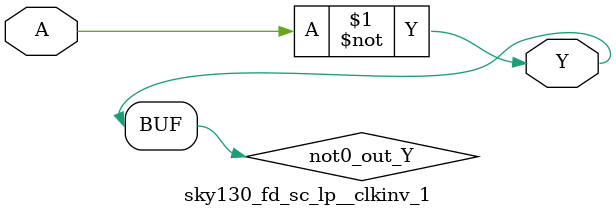
<source format=v>
/*
 * Copyright 2020 The SkyWater PDK Authors
 *
 * Licensed under the Apache License, Version 2.0 (the "License");
 * you may not use this file except in compliance with the License.
 * You may obtain a copy of the License at
 *
 *     https://www.apache.org/licenses/LICENSE-2.0
 *
 * Unless required by applicable law or agreed to in writing, software
 * distributed under the License is distributed on an "AS IS" BASIS,
 * WITHOUT WARRANTIES OR CONDITIONS OF ANY KIND, either express or implied.
 * See the License for the specific language governing permissions and
 * limitations under the License.
 *
 * SPDX-License-Identifier: Apache-2.0
*/


`ifndef SKY130_FD_SC_LP__CLKINV_1_FUNCTIONAL_V
`define SKY130_FD_SC_LP__CLKINV_1_FUNCTIONAL_V

/**
 * clkinv: Clock tree inverter.
 *
 * Verilog simulation functional model.
 */

`timescale 1ns / 1ps
`default_nettype none

`celldefine
module sky130_fd_sc_lp__clkinv_1 (
    Y,
    A
);

    // Module ports
    output Y;
    input  A;

    // Local signals
    wire not0_out_Y;

    //  Name  Output      Other arguments
    not not0 (not0_out_Y, A              );
    buf buf0 (Y         , not0_out_Y     );

endmodule
`endcelldefine

`default_nettype wire
`endif  // SKY130_FD_SC_LP__CLKINV_1_FUNCTIONAL_V

</source>
